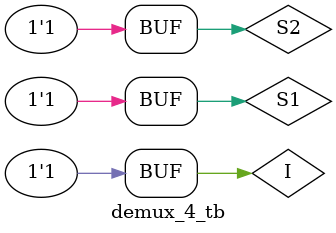
<source format=v>
module demux_4_tb();
	 reg S1,S2,I; 
	wire O1,O2,O3,O4;
	demux_4 dem4(S1,S2,I,O1,O2,O3,O4);
	initial 
		begin
		S2=1'b0; S1=1'b0; I=1;
		#100 S2=1'b0; S1=1'b1; 
		#100 S2=1'b1; S1=1'b0;
		#100 S2=1'b1; S1=1'b1;
	end
endmodule

</source>
